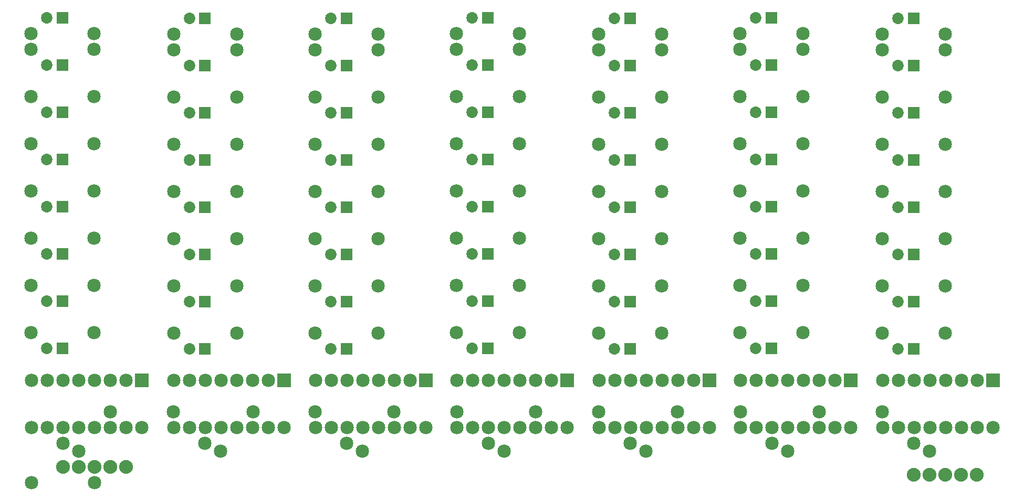
<source format=gbs>
G04 MADE WITH FRITZING*
G04 WWW.FRITZING.ORG*
G04 SINGLE SIDED*
G04 HOLES NOT PLATED*
G04 CONTOUR ON CENTER OF CONTOUR VECTOR*
%ASAXBY*%
%FSLAX23Y23*%
%MOIN*%
%OFA0B0*%
%SFA1.0B1.0*%
%ADD10C,0.085000*%
%ADD11C,0.072992*%
%ADD12C,0.088000*%
%ADD13R,0.072992X0.072992*%
%ADD14R,0.085000X0.085000*%
%LNMASK0*%
G90*
G70*
G54D10*
X139Y210D03*
X539Y210D03*
X439Y410D03*
X1339Y410D03*
X639Y660D03*
X1039Y660D03*
X339Y460D03*
X1239Y460D03*
X1339Y410D03*
X2239Y410D03*
X1543Y660D03*
X1939Y660D03*
X1239Y460D03*
X2139Y460D03*
X2239Y410D03*
X3139Y410D03*
X2439Y660D03*
X2839Y660D03*
X2139Y460D03*
X3039Y460D03*
X3139Y410D03*
X4039Y410D03*
X3339Y660D03*
X3739Y660D03*
X3039Y460D03*
X3939Y460D03*
X4039Y410D03*
X4939Y410D03*
X4239Y660D03*
X4639Y660D03*
X3939Y460D03*
X4839Y460D03*
X5139Y660D03*
X5539Y660D03*
X4939Y410D03*
X5839Y410D03*
X4839Y460D03*
X5739Y460D03*
G54D11*
X333Y3161D03*
X235Y3161D03*
X1238Y3160D03*
X1140Y3160D03*
X2137Y3160D03*
X2039Y3160D03*
X3035Y3162D03*
X2936Y3162D03*
X3937Y3160D03*
X3839Y3160D03*
X4835Y3162D03*
X4736Y3162D03*
X5737Y3160D03*
X5639Y3160D03*
X333Y1661D03*
X235Y1661D03*
X1238Y1660D03*
X1140Y1660D03*
X2137Y1660D03*
X2039Y1660D03*
X3035Y1662D03*
X2936Y1662D03*
X3937Y1660D03*
X3839Y1660D03*
X4835Y1662D03*
X4736Y1662D03*
X5737Y1660D03*
X5639Y1660D03*
X333Y1961D03*
X235Y1961D03*
X1238Y1960D03*
X1140Y1960D03*
X2137Y1960D03*
X2039Y1960D03*
X3035Y1962D03*
X2936Y1962D03*
X3937Y1960D03*
X3839Y1960D03*
X4835Y1962D03*
X4736Y1962D03*
X5737Y1960D03*
X5639Y1960D03*
X333Y1061D03*
X235Y1061D03*
X1238Y1060D03*
X1140Y1060D03*
X2137Y1060D03*
X2039Y1060D03*
X3035Y1062D03*
X2936Y1062D03*
X3937Y1060D03*
X3839Y1060D03*
X4835Y1062D03*
X4736Y1062D03*
X5737Y1060D03*
X5639Y1060D03*
X333Y1361D03*
X235Y1361D03*
X1238Y1360D03*
X1140Y1360D03*
X2137Y1360D03*
X2039Y1360D03*
X3035Y1362D03*
X2936Y1362D03*
X3937Y1360D03*
X3839Y1360D03*
X4835Y1362D03*
X4736Y1362D03*
X5737Y1360D03*
X5639Y1360D03*
X333Y2261D03*
X235Y2261D03*
X1238Y2260D03*
X1140Y2260D03*
X2137Y2260D03*
X2039Y2260D03*
X3035Y2262D03*
X2936Y2262D03*
X3937Y2260D03*
X3839Y2260D03*
X4835Y2262D03*
X4736Y2262D03*
X5737Y2260D03*
X5639Y2260D03*
X333Y2561D03*
X235Y2561D03*
X1238Y2560D03*
X1140Y2560D03*
X2137Y2560D03*
X2039Y2560D03*
X3035Y2562D03*
X2936Y2562D03*
X3937Y2560D03*
X3839Y2560D03*
X4835Y2562D03*
X4736Y2562D03*
X5737Y2560D03*
X5639Y2560D03*
X333Y2861D03*
X235Y2861D03*
X1238Y2860D03*
X1140Y2860D03*
X2137Y2860D03*
X2039Y2860D03*
X3035Y2862D03*
X2936Y2862D03*
X3937Y2860D03*
X3839Y2860D03*
X4835Y2862D03*
X4736Y2862D03*
X5737Y2860D03*
X5639Y2860D03*
G54D10*
X837Y859D03*
X837Y559D03*
X737Y859D03*
X737Y559D03*
X637Y859D03*
X637Y559D03*
X537Y859D03*
X537Y559D03*
X437Y859D03*
X437Y559D03*
X337Y859D03*
X337Y559D03*
X237Y859D03*
X237Y559D03*
X137Y859D03*
X137Y559D03*
X1742Y858D03*
X1742Y558D03*
X1642Y858D03*
X1642Y558D03*
X1542Y858D03*
X1542Y558D03*
X1442Y858D03*
X1442Y558D03*
X1342Y858D03*
X1342Y558D03*
X1242Y858D03*
X1242Y558D03*
X1142Y858D03*
X1142Y558D03*
X1042Y858D03*
X1042Y558D03*
X2641Y858D03*
X2641Y558D03*
X2541Y858D03*
X2541Y558D03*
X2441Y858D03*
X2441Y558D03*
X2341Y858D03*
X2341Y558D03*
X2241Y858D03*
X2241Y558D03*
X2141Y858D03*
X2141Y558D03*
X2041Y858D03*
X2041Y558D03*
X1941Y858D03*
X1941Y558D03*
X3539Y860D03*
X3539Y560D03*
X3439Y860D03*
X3439Y560D03*
X3339Y860D03*
X3339Y560D03*
X3239Y860D03*
X3239Y560D03*
X3139Y860D03*
X3139Y560D03*
X3039Y860D03*
X3039Y560D03*
X2939Y860D03*
X2939Y560D03*
X2839Y860D03*
X2839Y560D03*
X4441Y858D03*
X4441Y558D03*
X4341Y858D03*
X4341Y558D03*
X4241Y858D03*
X4241Y558D03*
X4141Y858D03*
X4141Y558D03*
X4041Y858D03*
X4041Y558D03*
X3941Y858D03*
X3941Y558D03*
X3841Y858D03*
X3841Y558D03*
X3741Y858D03*
X3741Y558D03*
X5339Y860D03*
X5339Y560D03*
X5239Y860D03*
X5239Y560D03*
X5139Y860D03*
X5139Y560D03*
X5039Y860D03*
X5039Y560D03*
X4939Y860D03*
X4939Y560D03*
X4839Y860D03*
X4839Y560D03*
X4739Y860D03*
X4739Y560D03*
X4639Y860D03*
X4639Y560D03*
X6241Y858D03*
X6241Y558D03*
X6141Y858D03*
X6141Y558D03*
X6041Y858D03*
X6041Y558D03*
X5941Y858D03*
X5941Y558D03*
X5841Y858D03*
X5841Y558D03*
X5741Y858D03*
X5741Y558D03*
X5641Y858D03*
X5641Y558D03*
X5541Y858D03*
X5541Y558D03*
G54D12*
X339Y310D03*
X439Y310D03*
X539Y310D03*
X639Y310D03*
X739Y310D03*
X5739Y260D03*
X5839Y260D03*
X5939Y260D03*
X6039Y260D03*
X6139Y260D03*
G54D10*
X135Y3061D03*
X535Y3061D03*
X1040Y3060D03*
X1440Y3060D03*
X1939Y3060D03*
X2339Y3060D03*
X2836Y3062D03*
X3236Y3062D03*
X3739Y3060D03*
X4139Y3060D03*
X4636Y3062D03*
X5036Y3062D03*
X5539Y3060D03*
X5939Y3060D03*
X135Y2961D03*
X535Y2961D03*
X1040Y2960D03*
X1440Y2960D03*
X1939Y2960D03*
X2339Y2960D03*
X2836Y2962D03*
X3236Y2962D03*
X3739Y2960D03*
X4139Y2960D03*
X4636Y2962D03*
X5036Y2962D03*
X5539Y2960D03*
X5939Y2960D03*
X135Y2661D03*
X535Y2661D03*
X1040Y2660D03*
X1440Y2660D03*
X1939Y2660D03*
X2339Y2660D03*
X2836Y2662D03*
X3236Y2662D03*
X3739Y2660D03*
X4139Y2660D03*
X4636Y2662D03*
X5036Y2662D03*
X5539Y2660D03*
X5939Y2660D03*
X135Y2361D03*
X535Y2361D03*
X1040Y2360D03*
X1440Y2360D03*
X1939Y2360D03*
X2339Y2360D03*
X2836Y2362D03*
X3236Y2362D03*
X3739Y2360D03*
X4139Y2360D03*
X4636Y2362D03*
X5036Y2362D03*
X5539Y2360D03*
X5939Y2360D03*
X135Y2061D03*
X535Y2061D03*
X1040Y2060D03*
X1440Y2060D03*
X1939Y2060D03*
X2339Y2060D03*
X2836Y2062D03*
X3236Y2062D03*
X3739Y2060D03*
X4139Y2060D03*
X4636Y2062D03*
X5036Y2062D03*
X5539Y2060D03*
X5939Y2060D03*
X135Y1761D03*
X535Y1761D03*
X1040Y1760D03*
X1440Y1760D03*
X1939Y1760D03*
X2339Y1760D03*
X2836Y1762D03*
X3236Y1762D03*
X3739Y1760D03*
X4139Y1760D03*
X4636Y1762D03*
X5036Y1762D03*
X5539Y1760D03*
X5939Y1760D03*
X135Y1461D03*
X535Y1461D03*
X1040Y1460D03*
X1440Y1460D03*
X1939Y1460D03*
X2339Y1460D03*
X2836Y1462D03*
X3236Y1462D03*
X3739Y1460D03*
X4139Y1460D03*
X4636Y1462D03*
X5036Y1462D03*
X5539Y1460D03*
X5939Y1460D03*
X135Y1161D03*
X535Y1161D03*
X1040Y1160D03*
X1440Y1160D03*
X1939Y1160D03*
X2339Y1160D03*
X2836Y1162D03*
X3236Y1162D03*
X3739Y1160D03*
X4139Y1160D03*
X4636Y1162D03*
X5036Y1162D03*
X5539Y1160D03*
X5939Y1160D03*
G54D13*
X333Y3161D03*
X1238Y3160D03*
X2137Y3160D03*
X3035Y3162D03*
X3937Y3160D03*
X4835Y3162D03*
X5737Y3160D03*
X333Y1661D03*
X1238Y1660D03*
X2137Y1660D03*
X3035Y1662D03*
X3937Y1660D03*
X4835Y1662D03*
X5737Y1660D03*
X333Y1961D03*
X1238Y1960D03*
X2137Y1960D03*
X3035Y1962D03*
X3937Y1960D03*
X4835Y1962D03*
X5737Y1960D03*
X333Y1061D03*
X1238Y1060D03*
X2137Y1060D03*
X3035Y1062D03*
X3937Y1060D03*
X4835Y1062D03*
X5737Y1060D03*
X333Y1361D03*
X1238Y1360D03*
X2137Y1360D03*
X3035Y1362D03*
X3937Y1360D03*
X4835Y1362D03*
X5737Y1360D03*
X333Y2261D03*
X1238Y2260D03*
X2137Y2260D03*
X3035Y2262D03*
X3937Y2260D03*
X4835Y2262D03*
X5737Y2260D03*
X333Y2561D03*
X1238Y2560D03*
X2137Y2560D03*
X3035Y2562D03*
X3937Y2560D03*
X4835Y2562D03*
X5737Y2560D03*
X333Y2861D03*
X1238Y2860D03*
X2137Y2860D03*
X3035Y2862D03*
X3937Y2860D03*
X4835Y2862D03*
X5737Y2860D03*
G54D14*
X837Y859D03*
X1742Y858D03*
X2641Y858D03*
X3539Y860D03*
X4441Y858D03*
X5339Y860D03*
X6241Y858D03*
G04 End of Mask0*
M02*
</source>
